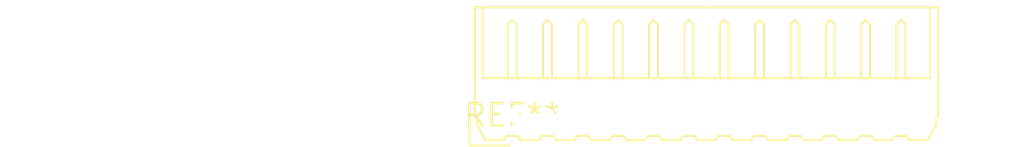
<source format=kicad_pcb>
(kicad_pcb (version 20240108) (generator pcbnew)
  (layers (0 "F.Cu" signal) (31 "B.Cu" signal) (34 "B.Paste" user) (35 "F.Paste" user) (36 "B.SilkS" user "B.Silkscreen") (37 "F.SilkS" user "F.Silkscreen") (38 "B.Mask" user) (39 "F.Mask" user) (44 "Edge.Cuts" user))
  (net 0 "")
  (footprint "Molex_Micro-Latch_53254-1270_1x12_P2.00mm_Horizontal" (layer "F.Cu") (at 0 0)
    (property "Reference" "REF**")
    (property "Value" "Molex_Micro-Latch_53254-1270_1x12_P2.00mm_Horizontal")
    (fp_line (start -2.41 1.71) (end -2.41 -0.59) (layer "F.SilkS") (stroke (width 0.12)))
    (fp_line (start -2.11 -6.11) (end 11 -6.11) (layer "F.SilkS") (stroke (width 0.12)))
    (fp_line (start -2.11 0) (end -2.11 -6.11) (layer "F.SilkS") (stroke (width 0.12)))
    (fp_line (start -2.01 0) (end -2.11 0) (layer "F.SilkS") (stroke (width 0.12)))
    (fp_line (start -2.01 0.5) (end -2.01 0) (layer "F.SilkS") (stroke (width 0.12)))
    (fp_line (start -1.66 -6.11) (end -1.66 -2.1) (layer "F.SilkS") (stroke (width 0.12)))
    (fp_line (start -1.66 -2.1) (end 23.66 -2.1) (layer "F.SilkS") (stroke (width 0.12)))
    (fp_line (start -1.51 1.41) (end -2.01 0.5) (layer "F.SilkS") (stroke (width 0.12)))
    (fp_line (start -0.5 1.41) (end -1.51 1.41) (layer "F.SilkS") (stroke (width 0.12)))
    (fp_line (start -0.3 1.16) (end -0.5 1.41) (layer "F.SilkS") (stroke (width 0.12)))
    (fp_line (start -0.3 1.16) (end 0.3 1.16) (layer "F.SilkS") (stroke (width 0.12)))
    (fp_line (start -0.25 -5.15) (end 0 -5.4) (layer "F.SilkS") (stroke (width 0.12)))
    (fp_line (start -0.25 -2.1) (end -0.25 -5.15) (layer "F.SilkS") (stroke (width 0.12)))
    (fp_line (start -0.11 1.71) (end -2.41 1.71) (layer "F.SilkS") (stroke (width 0.12)))
    (fp_line (start 0 -5.4) (end 0.25 -5.15) (layer "F.SilkS") (stroke (width 0.12)))
    (fp_line (start 0.25 -5.15) (end 0.25 -2.1) (layer "F.SilkS") (stroke (width 0.12)))
    (fp_line (start 0.3 1.16) (end 0.5 1.41) (layer "F.SilkS") (stroke (width 0.12)))
    (fp_line (start 0.5 1.41) (end 1.5 1.41) (layer "F.SilkS") (stroke (width 0.12)))
    (fp_line (start 1.5 1.41) (end 1.7 1.16) (layer "F.SilkS") (stroke (width 0.12)))
    (fp_line (start 1.7 1.16) (end 2.3 1.16) (layer "F.SilkS") (stroke (width 0.12)))
    (fp_line (start 1.75 -5.15) (end 2 -5.4) (layer "F.SilkS") (stroke (width 0.12)))
    (fp_line (start 1.75 -2.1) (end 1.75 -5.15) (layer "F.SilkS") (stroke (width 0.12)))
    (fp_line (start 2 -5.4) (end 2.25 -5.15) (layer "F.SilkS") (stroke (width 0.12)))
    (fp_line (start 2.25 -5.15) (end 2.25 -2.1) (layer "F.SilkS") (stroke (width 0.12)))
    (fp_line (start 2.3 1.16) (end 2.5 1.41) (layer "F.SilkS") (stroke (width 0.12)))
    (fp_line (start 2.5 1.41) (end 3.5 1.41) (layer "F.SilkS") (stroke (width 0.12)))
    (fp_line (start 3.5 1.41) (end 3.7 1.16) (layer "F.SilkS") (stroke (width 0.12)))
    (fp_line (start 3.7 1.16) (end 4.3 1.16) (layer "F.SilkS") (stroke (width 0.12)))
    (fp_line (start 3.75 -5.15) (end 4 -5.4) (layer "F.SilkS") (stroke (width 0.12)))
    (fp_line (start 3.75 -2.1) (end 3.75 -5.15) (layer "F.SilkS") (stroke (width 0.12)))
    (fp_line (start 4 -5.4) (end 4.25 -5.15) (layer "F.SilkS") (stroke (width 0.12)))
    (fp_line (start 4.25 -5.15) (end 4.25 -2.1) (layer "F.SilkS") (stroke (width 0.12)))
    (fp_line (start 4.3 1.16) (end 4.5 1.41) (layer "F.SilkS") (stroke (width 0.12)))
    (fp_line (start 4.5 1.41) (end 5.5 1.41) (layer "F.SilkS") (stroke (width 0.12)))
    (fp_line (start 5.5 1.41) (end 5.7 1.16) (layer "F.SilkS") (stroke (width 0.12)))
    (fp_line (start 5.7 1.16) (end 6.3 1.16) (layer "F.SilkS") (stroke (width 0.12)))
    (fp_line (start 5.75 -5.15) (end 6 -5.4) (layer "F.SilkS") (stroke (width 0.12)))
    (fp_line (start 5.75 -2.1) (end 5.75 -5.15) (layer "F.SilkS") (stroke (width 0.12)))
    (fp_line (start 6 -5.4) (end 6.25 -5.15) (layer "F.SilkS") (stroke (width 0.12)))
    (fp_line (start 6.25 -5.15) (end 6.25 -2.1) (layer "F.SilkS") (stroke (width 0.12)))
    (fp_line (start 6.3 1.16) (end 6.5 1.41) (layer "F.SilkS") (stroke (width 0.12)))
    (fp_line (start 6.5 1.41) (end 7.5 1.41) (layer "F.SilkS") (stroke (width 0.12)))
    (fp_line (start 7.5 1.41) (end 7.7 1.16) (layer "F.SilkS") (stroke (width 0.12)))
    (fp_line (start 7.7 1.16) (end 8.3 1.16) (layer "F.SilkS") (stroke (width 0.12)))
    (fp_line (start 7.75 -5.15) (end 8 -5.4) (layer "F.SilkS") (stroke (width 0.12)))
    (fp_line (start 7.75 -2.1) (end 7.75 -5.15) (layer "F.SilkS") (stroke (width 0.12)))
    (fp_line (start 8 -5.4) (end 8.25 -5.15) (layer "F.SilkS") (stroke (width 0.12)))
    (fp_line (start 8.25 -5.15) (end 8.25 -2.1) (layer "F.SilkS") (stroke (width 0.12)))
    (fp_line (start 8.3 1.16) (end 8.5 1.41) (layer "F.SilkS") (stroke (width 0.12)))
    (fp_line (start 8.5 1.41) (end 9.5 1.41) (layer "F.SilkS") (stroke (width 0.12)))
    (fp_line (start 9.5 1.41) (end 9.7 1.16) (layer "F.SilkS") (stroke (width 0.12)))
    (fp_line (start 9.7 1.16) (end 10.3 1.16) (layer "F.SilkS") (stroke (width 0.12)))
    (fp_line (start 9.75 -5.15) (end 10 -5.4) (layer "F.SilkS") (stroke (width 0.12)))
    (fp_line (start 9.75 -2.1) (end 9.75 -5.15) (layer "F.SilkS") (stroke (width 0.12)))
    (fp_line (start 10 -5.4) (end 10.25 -5.15) (layer "F.SilkS") (stroke (width 0.12)))
    (fp_line (start 10.25 -5.15) (end 10.25 -2.1) (layer "F.SilkS") (stroke (width 0.12)))
    (fp_line (start 10.3 1.16) (end 10.5 1.41) (layer "F.SilkS") (stroke (width 0.12)))
    (fp_line (start 10.5 1.41) (end 11.5 1.41) (layer "F.SilkS") (stroke (width 0.12)))
    (fp_line (start 11.5 1.41) (end 11.7 1.16) (layer "F.SilkS") (stroke (width 0.12)))
    (fp_line (start 11.7 1.16) (end 12.3 1.16) (layer "F.SilkS") (stroke (width 0.12)))
    (fp_line (start 11.75 -5.15) (end 12 -5.4) (layer "F.SilkS") (stroke (width 0.12)))
    (fp_line (start 11.75 -2.1) (end 11.75 -5.15) (layer "F.SilkS") (stroke (width 0.12)))
    (fp_line (start 12 -5.4) (end 12.25 -5.15) (layer "F.SilkS") (stroke (width 0.12)))
    (fp_line (start 12.25 -5.15) (end 12.25 -2.1) (layer "F.SilkS") (stroke (width 0.12)))
    (fp_line (start 12.3 1.16) (end 12.5 1.41) (layer "F.SilkS") (stroke (width 0.12)))
    (fp_line (start 12.5 1.41) (end 13.5 1.41) (layer "F.SilkS") (stroke (width 0.12)))
    (fp_line (start 13.5 1.41) (end 13.7 1.16) (layer "F.SilkS") (stroke (width 0.12)))
    (fp_line (start 13.7 1.16) (end 14.3 1.16) (layer "F.SilkS") (stroke (width 0.12)))
    (fp_line (start 13.75 -5.15) (end 14 -5.4) (layer "F.SilkS") (stroke (width 0.12)))
    (fp_line (start 13.75 -2.1) (end 13.75 -5.15) (layer "F.SilkS") (stroke (width 0.12)))
    (fp_line (start 14 -5.4) (end 14.25 -5.15) (layer "F.SilkS") (stroke (width 0.12)))
    (fp_line (start 14.25 -5.15) (end 14.25 -2.1) (layer "F.SilkS") (stroke (width 0.12)))
    (fp_line (start 14.3 1.16) (end 14.5 1.41) (layer "F.SilkS") (stroke (width 0.12)))
    (fp_line (start 14.5 1.41) (end 15.5 1.41) (layer "F.SilkS") (stroke (width 0.12)))
    (fp_line (start 15.5 1.41) (end 15.7 1.16) (layer "F.SilkS") (stroke (width 0.12)))
    (fp_line (start 15.7 1.16) (end 16.3 1.16) (layer "F.SilkS") (stroke (width 0.12)))
    (fp_line (start 15.75 -5.15) (end 16 -5.4) (layer "F.SilkS") (stroke (width 0.12)))
    (fp_line (start 15.75 -2.1) (end 15.75 -5.15) (layer "F.SilkS") (stroke (width 0.12)))
    (fp_line (start 16 -5.4) (end 16.25 -5.15) (layer "F.SilkS") (stroke (width 0.12)))
    (fp_line (start 16.25 -5.15) (end 16.25 -2.1) (layer "F.SilkS") (stroke (width 0.12)))
    (fp_line (start 16.3 1.16) (end 16.5 1.41) (layer "F.SilkS") (stroke (width 0.12)))
    (fp_line (start 16.5 1.41) (end 17.5 1.41) (layer "F.SilkS") (stroke (width 0.12)))
    (fp_line (start 17.5 1.41) (end 17.7 1.16) (layer "F.SilkS") (stroke (width 0.12)))
    (fp_line (start 17.7 1.16) (end 18.3 1.16) (layer "F.SilkS") (stroke (width 0.12)))
    (fp_line (start 17.75 -5.15) (end 18 -5.4) (layer "F.SilkS") (stroke (width 0.12)))
    (fp_line (start 17.75 -2.1) (end 17.75 -5.15) (layer "F.SilkS") (stroke (width 0.12)))
    (fp_line (start 18 -5.4) (end 18.25 -5.15) (layer "F.SilkS") (stroke (width 0.12)))
    (fp_line (start 18.25 -5.15) (end 18.25 -2.1) (layer "F.SilkS") (stroke (width 0.12)))
    (fp_line (start 18.3 1.16) (end 18.5 1.41) (layer "F.SilkS") (stroke (width 0.12)))
    (fp_line (start 18.5 1.41) (end 19.5 1.41) (layer "F.SilkS") (stroke (width 0.12)))
    (fp_line (start 19.5 1.41) (end 19.7 1.16) (layer "F.SilkS") (stroke (width 0.12)))
    (fp_line (start 19.7 1.16) (end 20.3 1.16) (layer "F.SilkS") (stroke (width 0.12)))
    (fp_line (start 19.75 -5.15) (end 20 -5.4) (layer "F.SilkS") (stroke (width 0.12)))
    (fp_line (start 19.75 -2.1) (end 19.75 -5.15) (layer "F.SilkS") (stroke (width 0.12)))
    (fp_line (start 20 -5.4) (end 20.25 -5.15) (layer "F.SilkS") (stroke (width 0.12)))
    (fp_line (start 20.25 -5.15) (end 20.25 -2.1) (layer "F.SilkS") (stroke (width 0.12)))
    (fp_line (start 20.3 1.16) (end 20.5 1.41) (layer "F.SilkS") (stroke (width 0.12)))
    (fp_line (start 20.5 1.41) (end 21.5 1.41) (layer "F.SilkS") (stroke (width 0.12)))
    (fp_line (start 21.5 1.41) (end 21.7 1.16) (layer "F.SilkS") (stroke (width 0.12)))
    (fp_line (start 21.7 1.16) (end 22.3 1.16) (layer "F.SilkS") (stroke (width 0.12)))
    (fp_line (start 21.75 -5.15) (end 22 -5.4) (layer "F.SilkS") (stroke (width 0.12)))
    (fp_line (start 21.75 -2.1) (end 21.75 -5.15) (layer "F.SilkS") (stroke (width 0.12)))
    (fp_line (start 22 -5.4) (end 22.25 -5.15) (layer "F.SilkS") (stroke (width 0.12)))
    (fp_line (start 22.25 -5.15) (end 22.25 -2.1) (layer "F.SilkS") (stroke (width 0.12)))
    (fp_line (start 22.3 1.16) (end 22.5 1.41) (layer "F.SilkS") (stroke (width 0.12)))
    (fp_line (start 22.5 1.41) (end 23.51 1.41) (layer "F.SilkS") (stroke (width 0.12)))
    (fp_line (start 23.51 1.41) (end 24.01 0.5) (layer "F.SilkS") (stroke (width 0.12)))
    (fp_line (start 23.66 -2.1) (end 23.66 -6.11) (layer "F.SilkS") (stroke (width 0.12)))
    (fp_line (start 24.01 0) (end 24.11 0) (layer "F.SilkS") (stroke (width 0.12)))
    (fp_line (start 24.01 0.5) (end 24.01 0) (layer "F.SilkS") (stroke (width 0.12)))
    (fp_line (start 24.11 -6.11) (end 11 -6.11) (layer "F.SilkS") (stroke (width 0.12)))
    (fp_line (start 24.11 0) (end 24.11 -6.11) (layer "F.SilkS") (stroke (width 0.12)))
    (pad "1" thru_hole roundrect (at 0 0) (size 1.2 1.8) (drill 0.8) (layers *.Cu *.Mask) (remove_unused_layers) (roundrect_rratio 0.208333))
    (pad "2" thru_hole oval (at 2 0) (size 1.2 1.8) (drill 0.8) (layers *.Cu *.Mask) (remove_unused_layers))
    (pad "3" thru_hole oval (at 4 0) (size 1.2 1.8) (drill 0.8) (layers *.Cu *.Mask) (remove_unused_layers))
    (pad "4" thru_hole oval (at 6 0) (size 1.2 1.8) (drill 0.8) (layers *.Cu *.Mask) (remove_unused_layers))
    (pad "5" thru_hole oval (at 8 0) (size 1.2 1.8) (drill 0.8) (layers *.Cu *.Mask) (remove_unused_layers))
    (pad "6" thru_hole oval (at 10 0) (size 1.2 1.8) (drill 0.8) (layers *.Cu *.Mask) (remove_unused_layers))
    (pad "7" thru_hole oval (at 12 0) (size 1.2 1.8) (drill 0.8) (layers *.Cu *.Mask) (remove_unused_layers))
    (pad "8" thru_hole oval (at 14 0) (size 1.2 1.8) (drill 0.8) (layers *.Cu *.Mask) (remove_unused_layers))
    (pad "9" thru_hole oval (at 16 0) (size 1.2 1.8) (drill 0.8) (layers *.Cu *.Mask) (remove_unused_layers))
    (pad "10" thru_hole oval (at 18 0) (size 1.2 1.8) (drill 0.8) (layers *.Cu *.Mask) (remove_unused_layers))
    (pad "11" thru_hole oval (at 20 0) (size 1.2 1.8) (drill 0.8) (layers *.Cu *.Mask) (remove_unused_layers))
    (pad "12" thru_hole oval (at 22 0) (size 1.2 1.8) (drill 0.8) (layers *.Cu *.Mask) (remove_unused_layers))
  )
)
</source>
